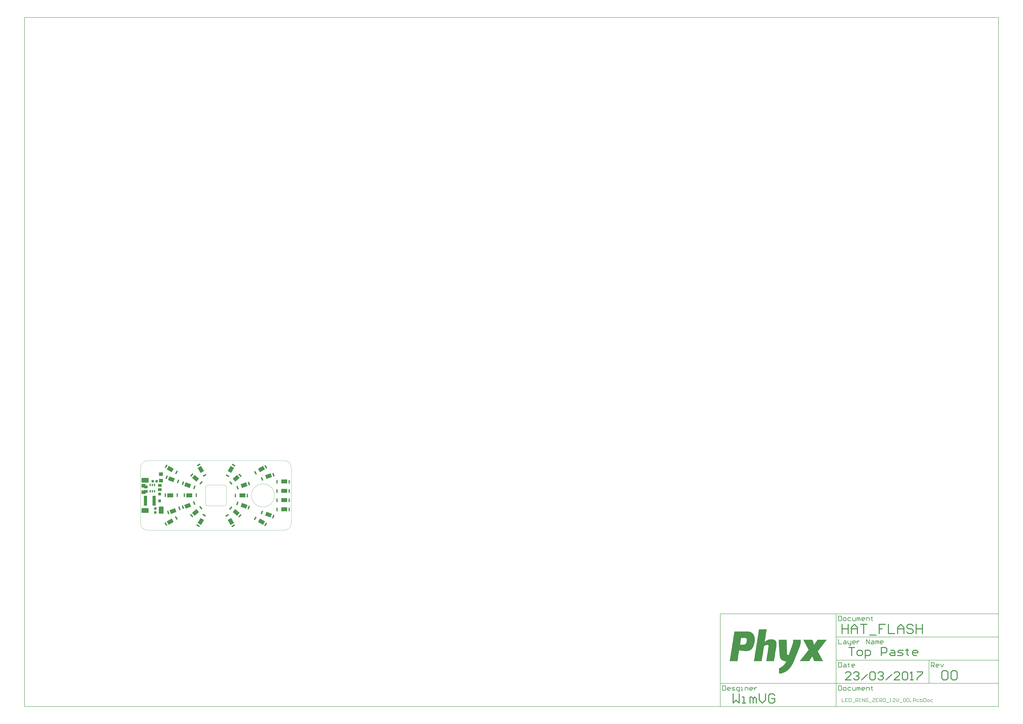
<source format=gtp>
G04 Layer_Color=8421504*
%FSLAX25Y25*%
%MOIN*%
G70*
G01*
G75*
%ADD11C,0.01575*%
%ADD12C,0.00787*%
%ADD14R,0.03937X0.04331*%
%ADD15R,0.07087X0.06299*%
%ADD16R,0.04803X0.04921*%
%ADD17R,0.05512X0.16535*%
G04:AMPARAMS|DCode=18|XSize=118.11mil|YSize=78.74mil|CornerRadius=3.94mil|HoleSize=0mil|Usage=FLASHONLY|Rotation=0.000|XOffset=0mil|YOffset=0mil|HoleType=Round|Shape=RoundedRectangle|*
%AMROUNDEDRECTD18*
21,1,0.11811,0.07087,0,0,0.0*
21,1,0.11024,0.07874,0,0,0.0*
1,1,0.00787,0.05512,-0.03543*
1,1,0.00787,-0.05512,-0.03543*
1,1,0.00787,-0.05512,0.03543*
1,1,0.00787,0.05512,0.03543*
%
%ADD18ROUNDEDRECTD18*%
%ADD19R,0.05905X0.05118*%
%ADD20R,0.02362X0.03937*%
G04:AMPARAMS|DCode=21|XSize=118.11mil|YSize=78.74mil|CornerRadius=3.94mil|HoleSize=0mil|Usage=FLASHONLY|Rotation=270.000|XOffset=0mil|YOffset=0mil|HoleType=Round|Shape=RoundedRectangle|*
%AMROUNDEDRECTD21*
21,1,0.11811,0.07087,0,0,270.0*
21,1,0.11024,0.07874,0,0,270.0*
1,1,0.00787,-0.03543,-0.05512*
1,1,0.00787,-0.03543,0.05512*
1,1,0.00787,0.03543,0.05512*
1,1,0.00787,0.03543,-0.05512*
%
%ADD21ROUNDEDRECTD21*%
G04:AMPARAMS|DCode=22|XSize=23.62mil|YSize=59.05mil|CornerRadius=0mil|HoleSize=0mil|Usage=FLASHONLY|Rotation=120.000|XOffset=0mil|YOffset=0mil|HoleType=Round|Shape=Rectangle|*
%AMROTATEDRECTD22*
4,1,4,0.03148,0.00453,-0.01967,-0.02499,-0.03148,-0.00453,0.01967,0.02499,0.03148,0.00453,0.0*
%
%ADD22ROTATEDRECTD22*%

G04:AMPARAMS|DCode=23|XSize=98.42mil|YSize=66.93mil|CornerRadius=0mil|HoleSize=0mil|Usage=FLASHONLY|Rotation=120.000|XOffset=0mil|YOffset=0mil|HoleType=Round|Shape=Rectangle|*
%AMROTATEDRECTD23*
4,1,4,0.05359,-0.02589,-0.00438,-0.05935,-0.05359,0.02589,0.00438,0.05935,0.05359,-0.02589,0.0*
%
%ADD23ROTATEDRECTD23*%

G04:AMPARAMS|DCode=24|XSize=23.62mil|YSize=59.05mil|CornerRadius=0mil|HoleSize=0mil|Usage=FLASHONLY|Rotation=40.000|XOffset=0mil|YOffset=0mil|HoleType=Round|Shape=Rectangle|*
%AMROTATEDRECTD24*
4,1,4,0.00993,-0.03021,-0.02803,0.01503,-0.00993,0.03021,0.02803,-0.01503,0.00993,-0.03021,0.0*
%
%ADD24ROTATEDRECTD24*%

G04:AMPARAMS|DCode=25|XSize=98.42mil|YSize=66.93mil|CornerRadius=0mil|HoleSize=0mil|Usage=FLASHONLY|Rotation=40.000|XOffset=0mil|YOffset=0mil|HoleType=Round|Shape=Rectangle|*
%AMROTATEDRECTD25*
4,1,4,-0.01619,-0.05727,-0.05921,-0.00600,0.01619,0.05727,0.05921,0.00600,-0.01619,-0.05727,0.0*
%
%ADD25ROTATEDRECTD25*%

G04:AMPARAMS|DCode=26|XSize=23.62mil|YSize=59.05mil|CornerRadius=0mil|HoleSize=0mil|Usage=FLASHONLY|Rotation=60.000|XOffset=0mil|YOffset=0mil|HoleType=Round|Shape=Rectangle|*
%AMROTATEDRECTD26*
4,1,4,0.01967,-0.02499,-0.03148,0.00453,-0.01967,0.02499,0.03148,-0.00453,0.01967,-0.02499,0.0*
%
%ADD26ROTATEDRECTD26*%

G04:AMPARAMS|DCode=27|XSize=98.42mil|YSize=66.93mil|CornerRadius=0mil|HoleSize=0mil|Usage=FLASHONLY|Rotation=60.000|XOffset=0mil|YOffset=0mil|HoleType=Round|Shape=Rectangle|*
%AMROTATEDRECTD27*
4,1,4,0.00438,-0.05935,-0.05359,-0.02589,-0.00438,0.05935,0.05359,0.02589,0.00438,-0.05935,0.0*
%
%ADD27ROTATEDRECTD27*%

%ADD28R,0.04331X0.03937*%
%ADD29R,0.02362X0.05905*%
%ADD30R,0.09842X0.06693*%
G04:AMPARAMS|DCode=31|XSize=23.62mil|YSize=59.05mil|CornerRadius=0mil|HoleSize=0mil|Usage=FLASHONLY|Rotation=150.000|XOffset=0mil|YOffset=0mil|HoleType=Round|Shape=Rectangle|*
%AMROTATEDRECTD31*
4,1,4,0.02499,0.01967,-0.00453,-0.03148,-0.02499,-0.01967,0.00453,0.03148,0.02499,0.01967,0.0*
%
%ADD31ROTATEDRECTD31*%

G04:AMPARAMS|DCode=32|XSize=98.42mil|YSize=66.93mil|CornerRadius=0mil|HoleSize=0mil|Usage=FLASHONLY|Rotation=150.000|XOffset=0mil|YOffset=0mil|HoleType=Round|Shape=Rectangle|*
%AMROTATEDRECTD32*
4,1,4,0.05935,0.00438,0.02589,-0.05359,-0.05935,-0.00438,-0.02589,0.05359,0.05935,0.00438,0.0*
%
%ADD32ROTATEDRECTD32*%

G04:AMPARAMS|DCode=33|XSize=23.62mil|YSize=59.05mil|CornerRadius=0mil|HoleSize=0mil|Usage=FLASHONLY|Rotation=30.000|XOffset=0mil|YOffset=0mil|HoleType=Round|Shape=Rectangle|*
%AMROTATEDRECTD33*
4,1,4,0.00453,-0.03148,-0.02499,0.01967,-0.00453,0.03148,0.02499,-0.01967,0.00453,-0.03148,0.0*
%
%ADD33ROTATEDRECTD33*%

G04:AMPARAMS|DCode=34|XSize=98.42mil|YSize=66.93mil|CornerRadius=0mil|HoleSize=0mil|Usage=FLASHONLY|Rotation=30.000|XOffset=0mil|YOffset=0mil|HoleType=Round|Shape=Rectangle|*
%AMROTATEDRECTD34*
4,1,4,-0.02589,-0.05359,-0.05935,0.00438,0.02589,0.05359,0.05935,-0.00438,-0.02589,-0.05359,0.0*
%
%ADD34ROTATEDRECTD34*%

G04:AMPARAMS|DCode=35|XSize=23.62mil|YSize=59.05mil|CornerRadius=0mil|HoleSize=0mil|Usage=FLASHONLY|Rotation=140.000|XOffset=0mil|YOffset=0mil|HoleType=Round|Shape=Rectangle|*
%AMROTATEDRECTD35*
4,1,4,0.02803,0.01503,-0.00993,-0.03021,-0.02803,-0.01503,0.00993,0.03021,0.02803,0.01503,0.0*
%
%ADD35ROTATEDRECTD35*%

G04:AMPARAMS|DCode=36|XSize=98.42mil|YSize=66.93mil|CornerRadius=0mil|HoleSize=0mil|Usage=FLASHONLY|Rotation=140.000|XOffset=0mil|YOffset=0mil|HoleType=Round|Shape=Rectangle|*
%AMROTATEDRECTD36*
4,1,4,0.05921,-0.00600,0.01619,-0.05727,-0.05921,0.00600,-0.01619,0.05727,0.05921,-0.00600,0.0*
%
%ADD36ROTATEDRECTD36*%

G04:AMPARAMS|DCode=37|XSize=23.62mil|YSize=59.05mil|CornerRadius=0mil|HoleSize=0mil|Usage=FLASHONLY|Rotation=160.000|XOffset=0mil|YOffset=0mil|HoleType=Round|Shape=Rectangle|*
%AMROTATEDRECTD37*
4,1,4,0.02120,0.02371,0.00100,-0.03179,-0.02120,-0.02371,-0.00100,0.03179,0.02120,0.02371,0.0*
%
%ADD37ROTATEDRECTD37*%

G04:AMPARAMS|DCode=38|XSize=98.42mil|YSize=66.93mil|CornerRadius=0mil|HoleSize=0mil|Usage=FLASHONLY|Rotation=160.000|XOffset=0mil|YOffset=0mil|HoleType=Round|Shape=Rectangle|*
%AMROTATEDRECTD38*
4,1,4,0.05769,0.01461,0.03480,-0.04828,-0.05769,-0.01461,-0.03480,0.04828,0.05769,0.01461,0.0*
%
%ADD38ROTATEDRECTD38*%

G04:AMPARAMS|DCode=39|XSize=23.62mil|YSize=59.05mil|CornerRadius=0mil|HoleSize=0mil|Usage=FLASHONLY|Rotation=20.000|XOffset=0mil|YOffset=0mil|HoleType=Round|Shape=Rectangle|*
%AMROTATEDRECTD39*
4,1,4,-0.00100,-0.03179,-0.02120,0.02371,0.00100,0.03179,0.02120,-0.02371,-0.00100,-0.03179,0.0*
%
%ADD39ROTATEDRECTD39*%

G04:AMPARAMS|DCode=40|XSize=98.42mil|YSize=66.93mil|CornerRadius=0mil|HoleSize=0mil|Usage=FLASHONLY|Rotation=20.000|XOffset=0mil|YOffset=0mil|HoleType=Round|Shape=Rectangle|*
%AMROTATEDRECTD40*
4,1,4,-0.03480,-0.04828,-0.05769,0.01461,0.03480,0.04828,0.05769,-0.01461,-0.03480,-0.04828,0.0*
%
%ADD40ROTATEDRECTD40*%

G04:AMPARAMS|DCode=41|XSize=23.62mil|YSize=59.05mil|CornerRadius=0mil|HoleSize=0mil|Usage=FLASHONLY|Rotation=160.000|XOffset=0mil|YOffset=0mil|HoleType=Round|Shape=Rectangle|*
%AMROTATEDRECTD41*
4,1,4,0.02120,0.02371,0.00100,-0.03179,-0.02120,-0.02371,-0.00100,0.03179,0.02120,0.02371,0.0*
%
%ADD41ROTATEDRECTD41*%

G04:AMPARAMS|DCode=42|XSize=98.42mil|YSize=66.93mil|CornerRadius=0mil|HoleSize=0mil|Usage=FLASHONLY|Rotation=160.000|XOffset=0mil|YOffset=0mil|HoleType=Round|Shape=Rectangle|*
%AMROTATEDRECTD42*
4,1,4,0.05769,0.01461,0.03480,-0.04828,-0.05769,-0.01461,-0.03480,0.04828,0.05769,0.01461,0.0*
%
%ADD42ROTATEDRECTD42*%

%ADD43R,0.02362X0.05905*%
%ADD44R,0.09842X0.06693*%
%ADD45R,0.02362X0.05905*%
%ADD46R,0.09842X0.06693*%
%ADD47R,0.02362X0.05905*%
%ADD48R,0.09842X0.06693*%
%ADD50C,0.00394*%
%ADD51C,0.00984*%
G36*
X993127Y-245134D02*
Y-245421D01*
Y-245707D01*
Y-245993D01*
Y-246280D01*
Y-246566D01*
Y-246852D01*
Y-247139D01*
Y-247425D01*
Y-247711D01*
Y-247997D01*
Y-248284D01*
Y-248570D01*
Y-248856D01*
Y-249143D01*
Y-249429D01*
Y-249715D01*
Y-250002D01*
Y-250288D01*
Y-250574D01*
Y-250861D01*
X992840D01*
Y-251147D01*
Y-251433D01*
Y-251719D01*
Y-252006D01*
Y-252292D01*
X992554D01*
Y-252578D01*
Y-252865D01*
Y-253151D01*
Y-253437D01*
X992268D01*
Y-253724D01*
Y-254010D01*
Y-254296D01*
Y-254583D01*
X991982D01*
Y-254869D01*
Y-255155D01*
Y-255442D01*
X991695D01*
Y-255728D01*
Y-256014D01*
Y-256300D01*
X991409D01*
Y-256587D01*
Y-256873D01*
Y-257159D01*
X991123D01*
Y-257446D01*
Y-257732D01*
Y-258018D01*
X990836D01*
Y-258305D01*
Y-258591D01*
X990550D01*
Y-258877D01*
Y-259164D01*
X990264D01*
Y-259450D01*
Y-259736D01*
Y-260023D01*
X989977D01*
Y-260309D01*
Y-260595D01*
X989691D01*
Y-260881D01*
Y-261168D01*
Y-261454D01*
X989405D01*
Y-261740D01*
Y-262027D01*
X989118D01*
Y-262313D01*
Y-262599D01*
Y-262886D01*
X988832D01*
Y-263172D01*
Y-263458D01*
X988546D01*
Y-263745D01*
Y-264031D01*
Y-264317D01*
X988260D01*
Y-264604D01*
Y-264890D01*
X987973D01*
Y-265176D01*
Y-265462D01*
Y-265749D01*
X987687D01*
Y-266035D01*
Y-266321D01*
X987401D01*
Y-266608D01*
Y-266894D01*
Y-267180D01*
X987114D01*
Y-267467D01*
Y-267753D01*
X986828D01*
Y-268039D01*
Y-268326D01*
Y-268612D01*
X986542D01*
Y-268898D01*
Y-269185D01*
X986255D01*
Y-269471D01*
Y-269757D01*
Y-270044D01*
X985969D01*
Y-270330D01*
Y-270616D01*
X985683D01*
Y-270902D01*
Y-271189D01*
Y-271475D01*
X985396D01*
Y-271761D01*
Y-272048D01*
X985110D01*
Y-272334D01*
Y-272620D01*
Y-272907D01*
X984824D01*
Y-273193D01*
Y-273479D01*
X984537D01*
Y-273766D01*
Y-274052D01*
Y-274338D01*
X984251D01*
Y-274624D01*
Y-274911D01*
X983965D01*
Y-275197D01*
Y-275483D01*
Y-275770D01*
X983679D01*
Y-276056D01*
Y-276342D01*
X983392D01*
Y-276629D01*
Y-276915D01*
Y-277201D01*
X983106D01*
Y-277488D01*
Y-277774D01*
X982820D01*
Y-278060D01*
Y-278347D01*
Y-278633D01*
X982533D01*
Y-278919D01*
Y-279206D01*
X982247D01*
Y-279492D01*
Y-279778D01*
Y-280065D01*
X981961D01*
Y-280351D01*
Y-280637D01*
X981674D01*
Y-280923D01*
Y-281210D01*
Y-281496D01*
X981388D01*
Y-281782D01*
Y-282069D01*
X981102D01*
Y-282355D01*
Y-282641D01*
X980815D01*
Y-282928D01*
Y-283214D01*
X980529D01*
Y-283500D01*
Y-283787D01*
Y-284073D01*
X980243D01*
Y-284359D01*
X979957D01*
Y-284646D01*
Y-284932D01*
Y-285218D01*
X979670D01*
Y-285504D01*
X979384D01*
Y-285791D01*
Y-286077D01*
X979097D01*
Y-286363D01*
Y-286650D01*
X978811D01*
Y-286936D01*
Y-287222D01*
X978525D01*
Y-287509D01*
Y-287795D01*
X978239D01*
Y-288081D01*
X977952D01*
Y-288368D01*
Y-288654D01*
X977666D01*
Y-288940D01*
Y-289227D01*
X977380D01*
Y-289513D01*
X977093D01*
Y-289799D01*
X976807D01*
Y-290085D01*
Y-290372D01*
X976521D01*
Y-290658D01*
X976234D01*
Y-290944D01*
Y-291231D01*
X975948D01*
Y-291517D01*
X975662D01*
Y-291803D01*
X975375D01*
Y-292090D01*
Y-292376D01*
X975089D01*
Y-292662D01*
X974803D01*
Y-292949D01*
X974516D01*
Y-293235D01*
X974230D01*
Y-293521D01*
X973944D01*
Y-293808D01*
Y-294094D01*
X973658D01*
Y-294380D01*
X973371D01*
Y-294666D01*
X973085D01*
Y-294953D01*
X972799D01*
Y-295239D01*
X972512D01*
Y-295525D01*
X972226D01*
Y-295812D01*
X971940D01*
Y-296098D01*
X971367D01*
Y-296384D01*
X971081D01*
Y-296671D01*
X970794D01*
Y-296957D01*
X970508D01*
Y-297243D01*
X970222D01*
Y-297530D01*
X969649D01*
Y-297816D01*
X969363D01*
Y-298102D01*
X968790D01*
Y-298389D01*
X968504D01*
Y-298675D01*
X967931D01*
Y-298961D01*
X967645D01*
Y-299248D01*
X967072D01*
Y-299534D01*
X966500D01*
Y-299820D01*
X965927D01*
Y-300106D01*
X965355D01*
Y-300393D01*
X964782D01*
Y-300679D01*
X963923D01*
Y-300965D01*
X963350D01*
Y-301252D01*
X962491D01*
Y-301538D01*
X961346D01*
Y-301824D01*
X960201D01*
Y-302111D01*
X958483D01*
Y-302397D01*
X956479D01*
Y-302683D01*
X956192D01*
Y-302397D01*
Y-302111D01*
Y-301824D01*
Y-301538D01*
Y-301252D01*
Y-300965D01*
Y-300679D01*
Y-300393D01*
Y-300106D01*
Y-299820D01*
Y-299534D01*
Y-299248D01*
Y-298961D01*
Y-298675D01*
Y-298389D01*
Y-298102D01*
Y-297816D01*
Y-297530D01*
Y-297243D01*
Y-296957D01*
Y-296671D01*
Y-296384D01*
Y-296098D01*
Y-295812D01*
Y-295525D01*
Y-295239D01*
Y-294953D01*
Y-294666D01*
Y-294380D01*
Y-294094D01*
Y-293808D01*
Y-293521D01*
Y-293235D01*
X956765D01*
Y-292949D01*
X957338D01*
Y-292662D01*
X957910D01*
Y-292376D01*
X958483D01*
Y-292090D01*
X959056D01*
Y-291803D01*
X959628D01*
Y-291517D01*
X959915D01*
Y-291231D01*
X960487D01*
Y-290944D01*
X960773D01*
Y-290658D01*
X961346D01*
Y-290372D01*
X961632D01*
Y-290085D01*
X961919D01*
Y-289799D01*
X962491D01*
Y-289513D01*
X962778D01*
Y-289227D01*
X963064D01*
Y-288940D01*
X963350D01*
Y-288654D01*
X963637D01*
Y-288368D01*
X963923D01*
Y-288081D01*
X964209D01*
Y-287795D01*
X964496D01*
Y-287509D01*
X964782D01*
Y-287222D01*
X965068D01*
Y-286936D01*
X965355D01*
Y-286650D01*
X965641D01*
Y-286363D01*
Y-286077D01*
X965927D01*
Y-285791D01*
X966213D01*
Y-285504D01*
X966500D01*
Y-285218D01*
Y-284932D01*
X966786D01*
Y-284646D01*
X967072D01*
Y-284359D01*
Y-284073D01*
X967359D01*
Y-283787D01*
Y-283500D01*
X967645D01*
Y-283214D01*
X967931D01*
Y-282928D01*
Y-282641D01*
X968218D01*
Y-282355D01*
Y-282069D01*
X968504D01*
Y-281782D01*
Y-281496D01*
X966786D01*
Y-281210D01*
X964782D01*
Y-280923D01*
X963637D01*
Y-280637D01*
X963064D01*
Y-280351D01*
X962205D01*
Y-280065D01*
X961632D01*
Y-279778D01*
X961346D01*
Y-279492D01*
X960773D01*
Y-279206D01*
X960487D01*
Y-278919D01*
X960201D01*
Y-278633D01*
X959915D01*
Y-278347D01*
X959628D01*
Y-278060D01*
X959342D01*
Y-277774D01*
Y-277488D01*
X959056D01*
Y-277201D01*
X958769D01*
Y-276915D01*
Y-276629D01*
X958483D01*
Y-276342D01*
Y-276056D01*
X958197D01*
Y-275770D01*
Y-275483D01*
X957910D01*
Y-275197D01*
Y-274911D01*
Y-274624D01*
X957624D01*
Y-274338D01*
Y-274052D01*
Y-273766D01*
Y-273479D01*
X957338D01*
Y-273193D01*
Y-272907D01*
Y-272620D01*
Y-272334D01*
Y-272048D01*
Y-271761D01*
Y-271475D01*
X957051D01*
Y-271189D01*
Y-270902D01*
Y-270616D01*
Y-270330D01*
Y-270044D01*
Y-269757D01*
Y-269471D01*
Y-269185D01*
Y-268898D01*
Y-268612D01*
Y-268326D01*
Y-268039D01*
Y-267753D01*
Y-267467D01*
Y-267180D01*
X956765D01*
Y-266894D01*
Y-266608D01*
Y-266321D01*
Y-266035D01*
Y-265749D01*
Y-265462D01*
Y-265176D01*
Y-264890D01*
Y-264604D01*
Y-264317D01*
Y-264031D01*
Y-263745D01*
Y-263458D01*
Y-263172D01*
Y-262886D01*
X956479D01*
Y-262599D01*
Y-262313D01*
Y-262027D01*
Y-261740D01*
Y-261454D01*
Y-261168D01*
Y-260881D01*
Y-260595D01*
Y-260309D01*
Y-260023D01*
Y-259736D01*
Y-259450D01*
Y-259164D01*
Y-258877D01*
Y-258591D01*
Y-258305D01*
X956192D01*
Y-258018D01*
Y-257732D01*
Y-257446D01*
Y-257159D01*
Y-256873D01*
Y-256587D01*
Y-256300D01*
Y-256014D01*
Y-255728D01*
Y-255442D01*
Y-255155D01*
Y-254869D01*
Y-254583D01*
Y-254296D01*
Y-254010D01*
Y-253724D01*
X955906D01*
Y-253437D01*
Y-253151D01*
Y-252865D01*
Y-252578D01*
Y-252292D01*
Y-252006D01*
Y-251719D01*
Y-251433D01*
Y-251147D01*
Y-250861D01*
Y-250574D01*
Y-250288D01*
Y-250002D01*
Y-249715D01*
X955620D01*
Y-249429D01*
Y-249143D01*
Y-248856D01*
Y-248570D01*
Y-248284D01*
Y-247997D01*
Y-247711D01*
Y-247425D01*
Y-247139D01*
Y-246852D01*
Y-246566D01*
Y-246280D01*
Y-245993D01*
Y-245707D01*
Y-245421D01*
Y-245134D01*
X955334D01*
Y-244848D01*
X969077D01*
Y-245134D01*
Y-245421D01*
Y-245707D01*
Y-245993D01*
Y-246280D01*
Y-246566D01*
Y-246852D01*
Y-247139D01*
Y-247425D01*
Y-247711D01*
Y-247997D01*
Y-248284D01*
Y-248570D01*
Y-248856D01*
X969363D01*
Y-249143D01*
Y-249429D01*
Y-249715D01*
Y-250002D01*
Y-250288D01*
Y-250574D01*
Y-250861D01*
Y-251147D01*
Y-251433D01*
Y-251719D01*
Y-252006D01*
Y-252292D01*
Y-252578D01*
Y-252865D01*
Y-253151D01*
Y-253437D01*
Y-253724D01*
Y-254010D01*
Y-254296D01*
Y-254583D01*
Y-254869D01*
Y-255155D01*
Y-255442D01*
Y-255728D01*
Y-256014D01*
Y-256300D01*
Y-256587D01*
Y-256873D01*
Y-257159D01*
Y-257446D01*
Y-257732D01*
Y-258018D01*
Y-258305D01*
Y-258591D01*
Y-258877D01*
Y-259164D01*
Y-259450D01*
Y-259736D01*
Y-260023D01*
Y-260309D01*
Y-260595D01*
X969649D01*
Y-260881D01*
X969363D01*
Y-261168D01*
Y-261454D01*
X969649D01*
Y-261740D01*
Y-262027D01*
Y-262313D01*
Y-262599D01*
Y-262886D01*
Y-263172D01*
Y-263458D01*
Y-263745D01*
Y-264031D01*
Y-264317D01*
Y-264604D01*
Y-264890D01*
Y-265176D01*
Y-265462D01*
Y-265749D01*
Y-266035D01*
Y-266321D01*
Y-266608D01*
Y-266894D01*
Y-267180D01*
Y-267467D01*
Y-267753D01*
Y-268039D01*
Y-268326D01*
Y-268612D01*
Y-268898D01*
X969936D01*
Y-269185D01*
Y-269471D01*
Y-269757D01*
X970222D01*
Y-270044D01*
X970508D01*
Y-270330D01*
X970794D01*
Y-270616D01*
X971653D01*
Y-270902D01*
X972512D01*
Y-270616D01*
X972799D01*
Y-270330D01*
Y-270044D01*
Y-269757D01*
X973085D01*
Y-269471D01*
Y-269185D01*
X973371D01*
Y-268898D01*
Y-268612D01*
Y-268326D01*
X973658D01*
Y-268039D01*
Y-267753D01*
Y-267467D01*
X973944D01*
Y-267180D01*
Y-266894D01*
Y-266608D01*
X974230D01*
Y-266321D01*
Y-266035D01*
Y-265749D01*
X974516D01*
Y-265462D01*
Y-265176D01*
X974803D01*
Y-264890D01*
Y-264604D01*
Y-264317D01*
X975089D01*
Y-264031D01*
Y-263745D01*
Y-263458D01*
X975375D01*
Y-263172D01*
Y-262886D01*
Y-262599D01*
X975662D01*
Y-262313D01*
Y-262027D01*
X975948D01*
Y-261740D01*
Y-261454D01*
Y-261168D01*
X976234D01*
Y-260881D01*
Y-260595D01*
Y-260309D01*
X976521D01*
Y-260023D01*
Y-259736D01*
Y-259450D01*
X976807D01*
Y-259164D01*
Y-258877D01*
X977093D01*
Y-258591D01*
Y-258305D01*
Y-258018D01*
X977380D01*
Y-257732D01*
Y-257446D01*
Y-257159D01*
X977666D01*
Y-256873D01*
Y-256587D01*
Y-256300D01*
X977952D01*
Y-256014D01*
Y-255728D01*
X978239D01*
Y-255442D01*
Y-255155D01*
Y-254869D01*
X978525D01*
Y-254583D01*
Y-254296D01*
Y-254010D01*
X978811D01*
Y-253724D01*
Y-253437D01*
Y-253151D01*
X979097D01*
Y-252865D01*
Y-252578D01*
Y-252292D01*
Y-252006D01*
X979384D01*
Y-251719D01*
Y-251433D01*
Y-251147D01*
Y-250861D01*
X979670D01*
Y-250574D01*
Y-250288D01*
Y-250002D01*
Y-249715D01*
Y-249429D01*
X979957D01*
Y-249143D01*
Y-248856D01*
Y-248570D01*
Y-248284D01*
Y-247997D01*
Y-247711D01*
X980243D01*
Y-247425D01*
Y-247139D01*
Y-246852D01*
Y-246566D01*
Y-246280D01*
Y-245993D01*
Y-245707D01*
Y-245421D01*
Y-245134D01*
Y-244848D01*
X993127D01*
Y-245134D01*
D02*
G37*
G36*
X935292Y-227669D02*
Y-227956D01*
X935005D01*
Y-228242D01*
Y-228528D01*
Y-228815D01*
Y-229101D01*
Y-229387D01*
Y-229673D01*
X934719D01*
Y-229960D01*
Y-230246D01*
Y-230532D01*
Y-230819D01*
Y-231105D01*
Y-231391D01*
X934433D01*
Y-231678D01*
Y-231964D01*
Y-232250D01*
Y-232537D01*
Y-232823D01*
Y-233109D01*
Y-233396D01*
X934146D01*
Y-233682D01*
Y-233968D01*
Y-234254D01*
Y-234541D01*
Y-234827D01*
Y-235113D01*
X933860D01*
Y-235400D01*
Y-235686D01*
Y-235972D01*
Y-236259D01*
Y-236545D01*
Y-236831D01*
X933574D01*
Y-237118D01*
Y-237404D01*
Y-237690D01*
Y-237977D01*
Y-238263D01*
Y-238549D01*
Y-238835D01*
X933288D01*
Y-239122D01*
Y-239408D01*
Y-239694D01*
Y-239981D01*
Y-240267D01*
Y-240553D01*
X933001D01*
Y-240840D01*
Y-241126D01*
Y-241412D01*
Y-241699D01*
Y-241985D01*
Y-242271D01*
X932715D01*
Y-242558D01*
Y-242844D01*
Y-243130D01*
Y-243416D01*
Y-243703D01*
Y-243989D01*
X932428D01*
Y-244275D01*
Y-244562D01*
Y-244848D01*
Y-245134D01*
Y-245421D01*
Y-245707D01*
Y-245993D01*
X932142D01*
Y-246280D01*
Y-246566D01*
Y-246852D01*
Y-247139D01*
Y-247425D01*
Y-247711D01*
X931856D01*
Y-247997D01*
Y-248284D01*
X932428D01*
Y-247997D01*
X932715D01*
Y-247711D01*
X933001D01*
Y-247425D01*
X933574D01*
Y-247139D01*
X933860D01*
Y-246852D01*
X934146D01*
Y-246566D01*
X934719D01*
Y-246280D01*
X935292D01*
Y-245993D01*
X935578D01*
Y-245707D01*
X936151D01*
Y-245421D01*
X937010D01*
Y-245134D01*
X937582D01*
Y-244848D01*
X938441D01*
Y-244562D01*
X939873D01*
Y-244275D01*
X946171D01*
Y-244562D01*
X947317D01*
Y-244848D01*
X948176D01*
Y-245134D01*
X948748D01*
Y-245421D01*
X949035D01*
Y-245707D01*
X949607D01*
Y-245993D01*
X949894D01*
Y-246280D01*
X950180D01*
Y-246566D01*
X950466D01*
Y-246852D01*
X950753D01*
Y-247139D01*
Y-247425D01*
X951039D01*
Y-247711D01*
Y-247997D01*
X951325D01*
Y-248284D01*
Y-248570D01*
Y-248856D01*
X951612D01*
Y-249143D01*
Y-249429D01*
Y-249715D01*
Y-250002D01*
X951898D01*
Y-250288D01*
Y-250574D01*
Y-250861D01*
Y-251147D01*
Y-251433D01*
Y-251719D01*
Y-252006D01*
Y-252292D01*
Y-252578D01*
Y-252865D01*
Y-253151D01*
Y-253437D01*
Y-253724D01*
Y-254010D01*
Y-254296D01*
Y-254583D01*
Y-254869D01*
Y-255155D01*
X951612D01*
Y-255442D01*
Y-255728D01*
Y-256014D01*
Y-256300D01*
Y-256587D01*
Y-256873D01*
Y-257159D01*
X951325D01*
Y-257446D01*
Y-257732D01*
Y-258018D01*
Y-258305D01*
Y-258591D01*
Y-258877D01*
Y-259164D01*
X951039D01*
Y-259450D01*
Y-259736D01*
Y-260023D01*
Y-260309D01*
Y-260595D01*
Y-260881D01*
X950753D01*
Y-261168D01*
Y-261454D01*
Y-261740D01*
Y-262027D01*
Y-262313D01*
Y-262599D01*
X950466D01*
Y-262886D01*
Y-263172D01*
Y-263458D01*
Y-263745D01*
Y-264031D01*
Y-264317D01*
X950180D01*
Y-264604D01*
Y-264890D01*
Y-265176D01*
Y-265462D01*
Y-265749D01*
Y-266035D01*
Y-266321D01*
X949894D01*
Y-266608D01*
Y-266894D01*
Y-267180D01*
Y-267467D01*
Y-267753D01*
Y-268039D01*
X949607D01*
Y-268326D01*
Y-268612D01*
Y-268898D01*
Y-269185D01*
Y-269471D01*
Y-269757D01*
X949321D01*
Y-270044D01*
Y-270330D01*
Y-270616D01*
Y-270902D01*
Y-271189D01*
Y-271475D01*
Y-271761D01*
X949035D01*
Y-272048D01*
Y-272334D01*
Y-272620D01*
Y-272907D01*
Y-273193D01*
Y-273479D01*
X948748D01*
Y-273766D01*
Y-274052D01*
Y-274338D01*
Y-274624D01*
Y-274911D01*
Y-275197D01*
X948462D01*
Y-275483D01*
Y-275770D01*
Y-276056D01*
Y-276342D01*
Y-276629D01*
Y-276915D01*
X948176D01*
Y-277201D01*
Y-277488D01*
Y-277774D01*
Y-278060D01*
Y-278347D01*
Y-278633D01*
Y-278919D01*
X947889D01*
Y-279206D01*
Y-279492D01*
Y-279778D01*
Y-280065D01*
Y-280351D01*
Y-280637D01*
X947603D01*
Y-280923D01*
Y-281210D01*
X934433D01*
Y-280923D01*
Y-280637D01*
X934719D01*
Y-280351D01*
Y-280065D01*
Y-279778D01*
Y-279492D01*
Y-279206D01*
Y-278919D01*
X935005D01*
Y-278633D01*
Y-278347D01*
Y-278060D01*
Y-277774D01*
Y-277488D01*
Y-277201D01*
Y-276915D01*
X935292D01*
Y-276629D01*
Y-276342D01*
Y-276056D01*
Y-275770D01*
Y-275483D01*
Y-275197D01*
X935578D01*
Y-274911D01*
Y-274624D01*
Y-274338D01*
Y-274052D01*
Y-273766D01*
Y-273479D01*
X935864D01*
Y-273193D01*
Y-272907D01*
Y-272620D01*
Y-272334D01*
Y-272048D01*
Y-271761D01*
Y-271475D01*
X936151D01*
Y-271189D01*
Y-270902D01*
Y-270616D01*
Y-270330D01*
Y-270044D01*
Y-269757D01*
X936437D01*
Y-269471D01*
Y-269185D01*
Y-268898D01*
Y-268612D01*
Y-268326D01*
Y-268039D01*
Y-267753D01*
X936723D01*
Y-267467D01*
Y-267180D01*
Y-266894D01*
Y-266608D01*
Y-266321D01*
Y-266035D01*
X937010D01*
Y-265749D01*
Y-265462D01*
Y-265176D01*
Y-264890D01*
Y-264604D01*
Y-264317D01*
X937296D01*
Y-264031D01*
Y-263745D01*
Y-263458D01*
Y-263172D01*
Y-262886D01*
Y-262599D01*
X937582D01*
Y-262313D01*
Y-262027D01*
Y-261740D01*
Y-261454D01*
Y-261168D01*
Y-260881D01*
Y-260595D01*
X937868D01*
Y-260309D01*
Y-260023D01*
Y-259736D01*
Y-259450D01*
Y-259164D01*
Y-258877D01*
X938155D01*
Y-258591D01*
Y-258305D01*
Y-258018D01*
Y-257732D01*
Y-257446D01*
Y-257159D01*
Y-256873D01*
X938441D01*
Y-256587D01*
Y-256300D01*
Y-256014D01*
Y-255728D01*
Y-255442D01*
Y-255155D01*
X938155D01*
Y-254869D01*
Y-254583D01*
X937868D01*
Y-254296D01*
X937582D01*
Y-254010D01*
X937010D01*
Y-253724D01*
X935292D01*
Y-254010D01*
X933860D01*
Y-254296D01*
X933001D01*
Y-254583D01*
X932428D01*
Y-254869D01*
X932142D01*
Y-255155D01*
X931570D01*
Y-255442D01*
X931283D01*
Y-255728D01*
X930997D01*
Y-256014D01*
Y-256300D01*
X930711D01*
Y-256587D01*
Y-256873D01*
Y-257159D01*
X930424D01*
Y-257446D01*
Y-257732D01*
Y-258018D01*
Y-258305D01*
Y-258591D01*
Y-258877D01*
X930138D01*
Y-259164D01*
Y-259450D01*
Y-259736D01*
Y-260023D01*
Y-260309D01*
Y-260595D01*
Y-260881D01*
X929852D01*
Y-261168D01*
Y-261454D01*
Y-261740D01*
Y-262027D01*
Y-262313D01*
Y-262599D01*
X929565D01*
Y-262886D01*
Y-263172D01*
Y-263458D01*
Y-263745D01*
Y-264031D01*
Y-264317D01*
X929279D01*
Y-264604D01*
Y-264890D01*
Y-265176D01*
Y-265462D01*
Y-265749D01*
Y-266035D01*
X928993D01*
Y-266321D01*
Y-266608D01*
Y-266894D01*
Y-267180D01*
Y-267467D01*
Y-267753D01*
Y-268039D01*
X928706D01*
Y-268326D01*
Y-268612D01*
Y-268898D01*
Y-269185D01*
Y-269471D01*
Y-269757D01*
X928420D01*
Y-270044D01*
Y-270330D01*
Y-270616D01*
Y-270902D01*
Y-271189D01*
Y-271475D01*
X928134D01*
Y-271761D01*
Y-272048D01*
Y-272334D01*
Y-272620D01*
Y-272907D01*
Y-273193D01*
Y-273479D01*
X927847D01*
Y-273766D01*
Y-274052D01*
Y-274338D01*
Y-274624D01*
Y-274911D01*
Y-275197D01*
X927561D01*
Y-275483D01*
Y-275770D01*
Y-276056D01*
Y-276342D01*
Y-276629D01*
Y-276915D01*
X927275D01*
Y-277201D01*
Y-277488D01*
Y-277774D01*
Y-278060D01*
Y-278347D01*
Y-278633D01*
X926989D01*
Y-278919D01*
Y-279206D01*
Y-279492D01*
Y-279778D01*
Y-280065D01*
Y-280351D01*
Y-280637D01*
X926702D01*
Y-280923D01*
Y-281210D01*
X913532D01*
Y-280923D01*
Y-280637D01*
X913818D01*
Y-280351D01*
Y-280065D01*
Y-279778D01*
Y-279492D01*
Y-279206D01*
Y-278919D01*
Y-278633D01*
X914104D01*
Y-278347D01*
Y-278060D01*
Y-277774D01*
Y-277488D01*
Y-277201D01*
Y-276915D01*
X914391D01*
Y-276629D01*
Y-276342D01*
Y-276056D01*
Y-275770D01*
Y-275483D01*
Y-275197D01*
X914677D01*
Y-274911D01*
Y-274624D01*
Y-274338D01*
Y-274052D01*
Y-273766D01*
Y-273479D01*
Y-273193D01*
X914963D01*
Y-272907D01*
Y-272620D01*
Y-272334D01*
Y-272048D01*
Y-271761D01*
Y-271475D01*
X915250D01*
Y-271189D01*
Y-270902D01*
Y-270616D01*
Y-270330D01*
Y-270044D01*
Y-269757D01*
X915536D01*
Y-269471D01*
Y-269185D01*
Y-268898D01*
Y-268612D01*
Y-268326D01*
Y-268039D01*
X915822D01*
Y-267753D01*
Y-267467D01*
Y-267180D01*
Y-266894D01*
Y-266608D01*
Y-266321D01*
Y-266035D01*
X916109D01*
Y-265749D01*
Y-265462D01*
Y-265176D01*
Y-264890D01*
Y-264604D01*
Y-264317D01*
X916395D01*
Y-264031D01*
Y-263745D01*
Y-263458D01*
Y-263172D01*
Y-262886D01*
Y-262599D01*
X916681D01*
Y-262313D01*
Y-262027D01*
Y-261740D01*
Y-261454D01*
Y-261168D01*
Y-260881D01*
Y-260595D01*
X916968D01*
Y-260309D01*
Y-260023D01*
Y-259736D01*
Y-259450D01*
Y-259164D01*
Y-258877D01*
X917254D01*
Y-258591D01*
Y-258305D01*
Y-258018D01*
Y-257732D01*
Y-257446D01*
Y-257159D01*
X917540D01*
Y-256873D01*
Y-256587D01*
Y-256300D01*
Y-256014D01*
Y-255728D01*
Y-255442D01*
X917827D01*
Y-255155D01*
Y-254869D01*
Y-254583D01*
Y-254296D01*
Y-254010D01*
Y-253724D01*
Y-253437D01*
X918113D01*
Y-253151D01*
Y-252865D01*
Y-252578D01*
Y-252292D01*
Y-252006D01*
Y-251719D01*
X918399D01*
Y-251433D01*
Y-251147D01*
Y-250861D01*
Y-250574D01*
Y-250288D01*
Y-250002D01*
X918686D01*
Y-249715D01*
Y-249429D01*
Y-249143D01*
Y-248856D01*
Y-248570D01*
Y-248284D01*
X918972D01*
Y-247997D01*
Y-247711D01*
Y-247425D01*
Y-247139D01*
Y-246852D01*
Y-246566D01*
Y-246280D01*
X919258D01*
Y-245993D01*
Y-245707D01*
Y-245421D01*
Y-245134D01*
Y-244848D01*
Y-244562D01*
X919544D01*
Y-244275D01*
Y-243989D01*
Y-243703D01*
Y-243416D01*
Y-243130D01*
Y-242844D01*
X919831D01*
Y-242558D01*
Y-242271D01*
Y-241985D01*
Y-241699D01*
Y-241412D01*
Y-241126D01*
Y-240840D01*
X920117D01*
Y-240553D01*
Y-240267D01*
Y-239981D01*
Y-239694D01*
Y-239408D01*
Y-239122D01*
X920403D01*
Y-238835D01*
Y-238549D01*
Y-238263D01*
Y-237977D01*
Y-237690D01*
Y-237404D01*
X920690D01*
Y-237118D01*
Y-236831D01*
Y-236545D01*
Y-236259D01*
Y-235972D01*
Y-235686D01*
X920976D01*
Y-235400D01*
Y-235113D01*
Y-234827D01*
Y-234541D01*
Y-234254D01*
Y-233968D01*
Y-233682D01*
X921262D01*
Y-233396D01*
Y-233109D01*
Y-232823D01*
Y-232537D01*
Y-232250D01*
Y-231964D01*
X921549D01*
Y-231678D01*
Y-231391D01*
Y-231105D01*
Y-230819D01*
Y-230532D01*
Y-230246D01*
X921835D01*
Y-229960D01*
Y-229673D01*
Y-229387D01*
Y-229101D01*
Y-228815D01*
Y-228528D01*
Y-228242D01*
X922121D01*
Y-227956D01*
Y-227669D01*
Y-227383D01*
X935292D01*
Y-227669D01*
D02*
G37*
G36*
X904084Y-231105D02*
X905801D01*
Y-231391D01*
X906660D01*
Y-231678D01*
X907519D01*
Y-231964D01*
X908378D01*
Y-232250D01*
X908951D01*
Y-232537D01*
X909237D01*
Y-232823D01*
X909810D01*
Y-233109D01*
X910096D01*
Y-233396D01*
X910669D01*
Y-233682D01*
X910955D01*
Y-233968D01*
X911241D01*
Y-234254D01*
X911528D01*
Y-234541D01*
X911814D01*
Y-234827D01*
X912100D01*
Y-235113D01*
X912387D01*
Y-235400D01*
Y-235686D01*
X912673D01*
Y-235972D01*
X912959D01*
Y-236259D01*
Y-236545D01*
X913246D01*
Y-236831D01*
X913532D01*
Y-237118D01*
Y-237404D01*
X913818D01*
Y-237690D01*
Y-237977D01*
Y-238263D01*
X914104D01*
Y-238549D01*
Y-238835D01*
Y-239122D01*
X914391D01*
Y-239408D01*
Y-239694D01*
Y-239981D01*
Y-240267D01*
X914677D01*
Y-240553D01*
Y-240840D01*
Y-241126D01*
Y-241412D01*
Y-241699D01*
X914963D01*
Y-241985D01*
Y-242271D01*
Y-242558D01*
Y-242844D01*
Y-243130D01*
Y-243416D01*
Y-243703D01*
Y-243989D01*
Y-244275D01*
Y-244562D01*
Y-244848D01*
Y-245134D01*
Y-245421D01*
Y-245707D01*
Y-245993D01*
Y-246280D01*
Y-246566D01*
Y-246852D01*
Y-247139D01*
Y-247425D01*
X914677D01*
Y-247711D01*
Y-247997D01*
Y-248284D01*
Y-248570D01*
Y-248856D01*
Y-249143D01*
Y-249429D01*
X914391D01*
Y-249715D01*
Y-250002D01*
Y-250288D01*
Y-250574D01*
Y-250861D01*
X914104D01*
Y-251147D01*
Y-251433D01*
Y-251719D01*
Y-252006D01*
Y-252292D01*
X913818D01*
Y-252578D01*
Y-252865D01*
Y-253151D01*
X913532D01*
Y-253437D01*
Y-253724D01*
Y-254010D01*
Y-254296D01*
X913246D01*
Y-254583D01*
Y-254869D01*
Y-255155D01*
X912959D01*
Y-255442D01*
Y-255728D01*
X912673D01*
Y-256014D01*
Y-256300D01*
Y-256587D01*
X912387D01*
Y-256873D01*
Y-257159D01*
X912100D01*
Y-257446D01*
Y-257732D01*
X911814D01*
Y-258018D01*
Y-258305D01*
X911528D01*
Y-258591D01*
X911241D01*
Y-258877D01*
Y-259164D01*
X910955D01*
Y-259450D01*
X910669D01*
Y-259736D01*
X910382D01*
Y-260023D01*
Y-260309D01*
X910096D01*
Y-260595D01*
X909810D01*
Y-260881D01*
X909523D01*
Y-261168D01*
X909237D01*
Y-261454D01*
X908951D01*
Y-261740D01*
X908378D01*
Y-262027D01*
X908092D01*
Y-262313D01*
X907519D01*
Y-262599D01*
X907233D01*
Y-262886D01*
X906660D01*
Y-263172D01*
X905801D01*
Y-263458D01*
X904943D01*
Y-263745D01*
X904084D01*
Y-264031D01*
X902366D01*
Y-264317D01*
X897212D01*
Y-264031D01*
X894635D01*
Y-263745D01*
X892631D01*
Y-263458D01*
X891199D01*
Y-263172D01*
X889768D01*
Y-262886D01*
X888336D01*
Y-263172D01*
Y-263458D01*
Y-263745D01*
Y-264031D01*
Y-264317D01*
Y-264604D01*
Y-264890D01*
X888050D01*
Y-265176D01*
Y-265462D01*
Y-265749D01*
Y-266035D01*
Y-266321D01*
Y-266608D01*
X887764D01*
Y-266894D01*
Y-267180D01*
Y-267467D01*
Y-267753D01*
Y-268039D01*
Y-268326D01*
X887477D01*
Y-268612D01*
Y-268898D01*
Y-269185D01*
Y-269471D01*
Y-269757D01*
Y-270044D01*
Y-270330D01*
X887191D01*
Y-270616D01*
Y-270902D01*
Y-271189D01*
Y-271475D01*
Y-271761D01*
Y-272048D01*
X886905D01*
Y-272334D01*
Y-272620D01*
Y-272907D01*
Y-273193D01*
Y-273479D01*
Y-273766D01*
X886619D01*
Y-274052D01*
Y-274338D01*
Y-274624D01*
Y-274911D01*
Y-275197D01*
Y-275483D01*
Y-275770D01*
X886332D01*
Y-276056D01*
Y-276342D01*
Y-276629D01*
Y-276915D01*
Y-277201D01*
Y-277488D01*
X886046D01*
Y-277774D01*
Y-278060D01*
Y-278347D01*
Y-278633D01*
Y-278919D01*
Y-279206D01*
X885760D01*
Y-279492D01*
Y-279778D01*
Y-280065D01*
Y-280351D01*
Y-280637D01*
Y-280923D01*
Y-281210D01*
X872303D01*
Y-280923D01*
X872589D01*
Y-280637D01*
Y-280351D01*
Y-280065D01*
Y-279778D01*
Y-279492D01*
X872875D01*
Y-279206D01*
Y-278919D01*
Y-278633D01*
Y-278347D01*
Y-278060D01*
Y-277774D01*
Y-277488D01*
X873162D01*
Y-277201D01*
Y-276915D01*
Y-276629D01*
Y-276342D01*
Y-276056D01*
Y-275770D01*
X873448D01*
Y-275483D01*
Y-275197D01*
Y-274911D01*
Y-274624D01*
Y-274338D01*
Y-274052D01*
X873734D01*
Y-273766D01*
Y-273479D01*
Y-273193D01*
Y-272907D01*
Y-272620D01*
Y-272334D01*
Y-272048D01*
X874021D01*
Y-271761D01*
Y-271475D01*
Y-271189D01*
Y-270902D01*
Y-270616D01*
Y-270330D01*
X874307D01*
Y-270044D01*
Y-269757D01*
Y-269471D01*
Y-269185D01*
Y-268898D01*
Y-268612D01*
X874593D01*
Y-268326D01*
Y-268039D01*
Y-267753D01*
Y-267467D01*
Y-267180D01*
Y-266894D01*
X874880D01*
Y-266608D01*
Y-266321D01*
Y-266035D01*
Y-265749D01*
Y-265462D01*
Y-265176D01*
Y-264890D01*
X875166D01*
Y-264604D01*
Y-264317D01*
Y-264031D01*
Y-263745D01*
Y-263458D01*
Y-263172D01*
X875452D01*
Y-262886D01*
Y-262599D01*
Y-262313D01*
Y-262027D01*
Y-261740D01*
Y-261454D01*
X875739D01*
Y-261168D01*
Y-260881D01*
Y-260595D01*
Y-260309D01*
Y-260023D01*
Y-259736D01*
X876025D01*
Y-259450D01*
Y-259164D01*
Y-258877D01*
Y-258591D01*
Y-258305D01*
Y-258018D01*
Y-257732D01*
X876311D01*
Y-257446D01*
Y-257159D01*
Y-256873D01*
Y-256587D01*
Y-256300D01*
Y-256014D01*
X876597D01*
Y-255728D01*
Y-255442D01*
Y-255155D01*
Y-254869D01*
Y-254583D01*
Y-254296D01*
X876884D01*
Y-254010D01*
Y-253724D01*
Y-253437D01*
Y-253151D01*
Y-252865D01*
Y-252578D01*
Y-252292D01*
X877170D01*
Y-252006D01*
Y-251719D01*
Y-251433D01*
Y-251147D01*
Y-250861D01*
Y-250574D01*
X877456D01*
Y-250288D01*
Y-250002D01*
Y-249715D01*
Y-249429D01*
Y-249143D01*
Y-248856D01*
X877743D01*
Y-248570D01*
Y-248284D01*
Y-247997D01*
Y-247711D01*
Y-247425D01*
Y-247139D01*
X878029D01*
Y-246852D01*
Y-246566D01*
Y-246280D01*
Y-245993D01*
Y-245707D01*
Y-245421D01*
Y-245134D01*
X878315D01*
Y-244848D01*
Y-244562D01*
Y-244275D01*
Y-243989D01*
Y-243703D01*
Y-243416D01*
X878602D01*
Y-243130D01*
Y-242844D01*
Y-242558D01*
Y-242271D01*
Y-241985D01*
Y-241699D01*
X878888D01*
Y-241412D01*
Y-241126D01*
Y-240840D01*
Y-240553D01*
Y-240267D01*
Y-239981D01*
Y-239694D01*
X879174D01*
Y-239408D01*
Y-239122D01*
Y-238835D01*
Y-238549D01*
Y-238263D01*
Y-237977D01*
X879461D01*
Y-237690D01*
Y-237404D01*
Y-237118D01*
Y-236831D01*
Y-236545D01*
Y-236259D01*
X879747D01*
Y-235972D01*
Y-235686D01*
Y-235400D01*
Y-235113D01*
Y-234827D01*
Y-234541D01*
Y-234254D01*
X880033D01*
Y-233968D01*
Y-233682D01*
Y-233396D01*
Y-233109D01*
Y-232823D01*
Y-232537D01*
X880320D01*
Y-232250D01*
Y-231964D01*
Y-231678D01*
Y-231391D01*
Y-231105D01*
Y-230819D01*
X904084D01*
Y-231105D01*
D02*
G37*
G36*
X1037219Y-245134D02*
X1036933D01*
Y-245421D01*
X1036646D01*
Y-245707D01*
Y-245993D01*
X1036360D01*
Y-246280D01*
X1036074D01*
Y-246566D01*
X1035787D01*
Y-246852D01*
Y-247139D01*
X1035501D01*
Y-247425D01*
X1035215D01*
Y-247711D01*
X1034929D01*
Y-247997D01*
X1034642D01*
Y-248284D01*
Y-248570D01*
X1034356D01*
Y-248856D01*
X1034070D01*
Y-249143D01*
X1033783D01*
Y-249429D01*
Y-249715D01*
X1033497D01*
Y-250002D01*
X1033211D01*
Y-250288D01*
X1032924D01*
Y-250574D01*
X1032638D01*
Y-250861D01*
Y-251147D01*
X1032352D01*
Y-251433D01*
X1032065D01*
Y-251719D01*
X1031779D01*
Y-252006D01*
Y-252292D01*
X1031493D01*
Y-252578D01*
X1031207D01*
Y-252865D01*
X1030920D01*
Y-253151D01*
Y-253437D01*
X1030634D01*
Y-253724D01*
X1030348D01*
Y-254010D01*
X1030061D01*
Y-254296D01*
X1029775D01*
Y-254583D01*
Y-254869D01*
X1029489D01*
Y-255155D01*
X1029202D01*
Y-255442D01*
X1028916D01*
Y-255728D01*
Y-256014D01*
X1028630D01*
Y-256300D01*
X1028343D01*
Y-256587D01*
X1028057D01*
Y-256873D01*
Y-257159D01*
X1027771D01*
Y-257446D01*
X1027484D01*
Y-257732D01*
X1027198D01*
Y-258018D01*
X1026912D01*
Y-258305D01*
Y-258591D01*
X1026625D01*
Y-258877D01*
X1026339D01*
Y-259164D01*
X1026053D01*
Y-259450D01*
Y-259736D01*
X1025766D01*
Y-260023D01*
X1025480D01*
Y-260309D01*
X1025194D01*
Y-260595D01*
Y-260881D01*
X1024908D01*
Y-261168D01*
X1024621D01*
Y-261454D01*
X1024335D01*
Y-261740D01*
X1024049D01*
Y-262027D01*
Y-262313D01*
X1023762D01*
Y-262599D01*
X1023476D01*
Y-262886D01*
X1023190D01*
Y-263172D01*
Y-263458D01*
X1022903D01*
Y-263745D01*
X1022617D01*
Y-264031D01*
X1022331D01*
Y-264317D01*
X1022044D01*
Y-264604D01*
Y-264890D01*
X1022331D01*
Y-265176D01*
Y-265462D01*
X1022617D01*
Y-265749D01*
Y-266035D01*
X1022903D01*
Y-266321D01*
X1023190D01*
Y-266608D01*
Y-266894D01*
X1023476D01*
Y-267180D01*
Y-267467D01*
X1023762D01*
Y-267753D01*
Y-268039D01*
X1024049D01*
Y-268326D01*
Y-268612D01*
X1024335D01*
Y-268898D01*
Y-269185D01*
X1024621D01*
Y-269471D01*
Y-269757D01*
X1024908D01*
Y-270044D01*
Y-270330D01*
X1025194D01*
Y-270616D01*
Y-270902D01*
X1025480D01*
Y-271189D01*
X1025766D01*
Y-271475D01*
Y-271761D01*
X1026053D01*
Y-272048D01*
Y-272334D01*
X1026339D01*
Y-272620D01*
Y-272907D01*
X1026625D01*
Y-273193D01*
Y-273479D01*
X1026912D01*
Y-273766D01*
Y-274052D01*
X1027198D01*
Y-274338D01*
Y-274624D01*
X1027484D01*
Y-274911D01*
Y-275197D01*
X1027771D01*
Y-275483D01*
X1028057D01*
Y-275770D01*
Y-276056D01*
X1028343D01*
Y-276342D01*
Y-276629D01*
X1028630D01*
Y-276915D01*
Y-277201D01*
X1028916D01*
Y-277488D01*
Y-277774D01*
X1029202D01*
Y-278060D01*
Y-278347D01*
X1029489D01*
Y-278633D01*
Y-278919D01*
X1029775D01*
Y-279206D01*
Y-279492D01*
X1030061D01*
Y-279778D01*
X1030348D01*
Y-280065D01*
Y-280351D01*
X1030634D01*
Y-280637D01*
Y-280923D01*
X1030920D01*
Y-281210D01*
X1015746D01*
Y-280923D01*
X1015459D01*
Y-280637D01*
Y-280351D01*
Y-280065D01*
X1015173D01*
Y-279778D01*
Y-279492D01*
Y-279206D01*
X1014887D01*
Y-278919D01*
Y-278633D01*
X1014600D01*
Y-278347D01*
Y-278060D01*
Y-277774D01*
X1014314D01*
Y-277488D01*
Y-277201D01*
Y-276915D01*
X1014028D01*
Y-276629D01*
Y-276342D01*
X1013741D01*
Y-276056D01*
Y-275770D01*
Y-275483D01*
X1013455D01*
Y-275197D01*
Y-274911D01*
Y-274624D01*
X1013169D01*
Y-274338D01*
Y-274052D01*
Y-273766D01*
X1012882D01*
Y-273479D01*
X1012310D01*
Y-273766D01*
Y-274052D01*
X1012024D01*
Y-274338D01*
X1011737D01*
Y-274624D01*
Y-274911D01*
X1011451D01*
Y-275197D01*
X1011165D01*
Y-275483D01*
Y-275770D01*
X1010878D01*
Y-276056D01*
X1010592D01*
Y-276342D01*
Y-276629D01*
X1010306D01*
Y-276915D01*
X1010019D01*
Y-277201D01*
X1009733D01*
Y-277488D01*
Y-277774D01*
X1009447D01*
Y-278060D01*
X1009160D01*
Y-278347D01*
Y-278633D01*
X1008874D01*
Y-278919D01*
X1008588D01*
Y-279206D01*
Y-279492D01*
X1008301D01*
Y-279778D01*
X1008015D01*
Y-280065D01*
Y-280351D01*
X1007729D01*
Y-280637D01*
X1007442D01*
Y-280923D01*
Y-281210D01*
X991409D01*
Y-280923D01*
X991695D01*
Y-280637D01*
X991982D01*
Y-280351D01*
X992268D01*
Y-280065D01*
X992554D01*
Y-279778D01*
Y-279492D01*
X992840D01*
Y-279206D01*
X993127D01*
Y-278919D01*
X993413D01*
Y-278633D01*
X993699D01*
Y-278347D01*
Y-278060D01*
X993986D01*
Y-277774D01*
X994272D01*
Y-277488D01*
X994558D01*
Y-277201D01*
Y-276915D01*
X994845D01*
Y-276629D01*
X995131D01*
Y-276342D01*
X995417D01*
Y-276056D01*
X995704D01*
Y-275770D01*
Y-275483D01*
X995990D01*
Y-275197D01*
X996276D01*
Y-274911D01*
X996563D01*
Y-274624D01*
X996849D01*
Y-274338D01*
Y-274052D01*
X997135D01*
Y-273766D01*
X997421D01*
Y-273479D01*
X997708D01*
Y-273193D01*
Y-272907D01*
X997994D01*
Y-272620D01*
X998281D01*
Y-272334D01*
X998567D01*
Y-272048D01*
X998853D01*
Y-271761D01*
Y-271475D01*
X999139D01*
Y-271189D01*
X999426D01*
Y-270902D01*
X999712D01*
Y-270616D01*
Y-270330D01*
X999998D01*
Y-270044D01*
X1000285D01*
Y-269757D01*
X1000571D01*
Y-269471D01*
X1000857D01*
Y-269185D01*
Y-268898D01*
X1001144D01*
Y-268612D01*
X1001430D01*
Y-268326D01*
X1001716D01*
Y-268039D01*
Y-267753D01*
X1002003D01*
Y-267467D01*
X1002289D01*
Y-267180D01*
X1002575D01*
Y-266894D01*
X1002861D01*
Y-266608D01*
Y-266321D01*
X1003148D01*
Y-266035D01*
X1003434D01*
Y-265749D01*
X1003720D01*
Y-265462D01*
X1004007D01*
Y-265176D01*
Y-264890D01*
X1004293D01*
Y-264604D01*
X1004579D01*
Y-264317D01*
X1004866D01*
Y-264031D01*
Y-263745D01*
X1005152D01*
Y-263458D01*
X1005438D01*
Y-263172D01*
X1005725D01*
Y-262886D01*
X1006011D01*
Y-262599D01*
Y-262313D01*
X1006297D01*
Y-262027D01*
Y-261740D01*
Y-261454D01*
X1006011D01*
Y-261168D01*
X1005725D01*
Y-260881D01*
Y-260595D01*
X1005438D01*
Y-260309D01*
Y-260023D01*
X1005152D01*
Y-259736D01*
Y-259450D01*
X1004866D01*
Y-259164D01*
Y-258877D01*
X1004579D01*
Y-258591D01*
Y-258305D01*
X1004293D01*
Y-258018D01*
Y-257732D01*
X1004007D01*
Y-257446D01*
X1003720D01*
Y-257159D01*
Y-256873D01*
X1003434D01*
Y-256587D01*
Y-256300D01*
X1003148D01*
Y-256014D01*
Y-255728D01*
X1002861D01*
Y-255442D01*
Y-255155D01*
X1002575D01*
Y-254869D01*
Y-254583D01*
X1002289D01*
Y-254296D01*
Y-254010D01*
X1002003D01*
Y-253724D01*
X1001716D01*
Y-253437D01*
Y-253151D01*
X1001430D01*
Y-252865D01*
Y-252578D01*
X1001144D01*
Y-252292D01*
Y-252006D01*
X1000857D01*
Y-251719D01*
Y-251433D01*
X1000571D01*
Y-251147D01*
Y-250861D01*
X1000285D01*
Y-250574D01*
Y-250288D01*
X999998D01*
Y-250002D01*
Y-249715D01*
X999712D01*
Y-249429D01*
X999426D01*
Y-249143D01*
Y-248856D01*
X999139D01*
Y-248570D01*
Y-248284D01*
X998853D01*
Y-247997D01*
Y-247711D01*
X998567D01*
Y-247425D01*
Y-247139D01*
X998281D01*
Y-246852D01*
Y-246566D01*
X997994D01*
Y-246280D01*
Y-245993D01*
X997708D01*
Y-245707D01*
X997421D01*
Y-245421D01*
Y-245134D01*
X997135D01*
Y-244848D01*
X1012882D01*
Y-245134D01*
X1013169D01*
Y-245421D01*
Y-245707D01*
Y-245993D01*
X1013455D01*
Y-246280D01*
Y-246566D01*
Y-246852D01*
X1013741D01*
Y-247139D01*
Y-247425D01*
Y-247711D01*
X1014028D01*
Y-247997D01*
Y-248284D01*
Y-248570D01*
X1014314D01*
Y-248856D01*
Y-249143D01*
Y-249429D01*
X1014600D01*
Y-249715D01*
Y-250002D01*
Y-250288D01*
X1014887D01*
Y-250574D01*
Y-250861D01*
Y-251147D01*
X1015173D01*
Y-251433D01*
Y-251719D01*
Y-252006D01*
X1015459D01*
Y-252292D01*
Y-252578D01*
Y-252865D01*
Y-253151D01*
X1016032D01*
Y-252865D01*
X1016318D01*
Y-252578D01*
X1016605D01*
Y-252292D01*
Y-252006D01*
X1016891D01*
Y-251719D01*
X1017177D01*
Y-251433D01*
Y-251147D01*
X1017463D01*
Y-250861D01*
X1017750D01*
Y-250574D01*
Y-250288D01*
X1018036D01*
Y-250002D01*
X1018322D01*
Y-249715D01*
Y-249429D01*
X1018609D01*
Y-249143D01*
X1018895D01*
Y-248856D01*
Y-248570D01*
X1019181D01*
Y-248284D01*
X1019468D01*
Y-247997D01*
Y-247711D01*
X1019754D01*
Y-247425D01*
X1020040D01*
Y-247139D01*
Y-246852D01*
X1020327D01*
Y-246566D01*
X1020613D01*
Y-246280D01*
Y-245993D01*
X1020899D01*
Y-245707D01*
X1021185D01*
Y-245421D01*
Y-245134D01*
X1021472D01*
Y-244848D01*
X1037219D01*
Y-245134D01*
D02*
G37*
%LPC*%
G36*
X899789Y-241985D02*
X891772D01*
Y-242271D01*
Y-242558D01*
Y-242844D01*
Y-243130D01*
Y-243416D01*
X891486D01*
Y-243703D01*
Y-243989D01*
Y-244275D01*
Y-244562D01*
Y-244848D01*
Y-245134D01*
X891199D01*
Y-245421D01*
Y-245707D01*
Y-245993D01*
Y-246280D01*
Y-246566D01*
Y-246852D01*
X890913D01*
Y-247139D01*
Y-247425D01*
Y-247711D01*
Y-247997D01*
Y-248284D01*
Y-248570D01*
X890627D01*
Y-248856D01*
Y-249143D01*
Y-249429D01*
Y-249715D01*
Y-250002D01*
Y-250288D01*
Y-250574D01*
X890341D01*
Y-250861D01*
Y-251147D01*
Y-251433D01*
Y-251719D01*
Y-252006D01*
Y-252292D01*
X890054D01*
Y-252578D01*
Y-252865D01*
Y-253151D01*
X897212D01*
Y-252865D01*
X898357D01*
Y-252578D01*
X898930D01*
Y-252292D01*
X899216D01*
Y-252006D01*
X899502D01*
Y-251719D01*
X899789D01*
Y-251433D01*
X900075D01*
Y-251147D01*
Y-250861D01*
X900362D01*
Y-250574D01*
Y-250288D01*
X900648D01*
Y-250002D01*
Y-249715D01*
X900934D01*
Y-249429D01*
Y-249143D01*
Y-248856D01*
Y-248570D01*
X901220D01*
Y-248284D01*
Y-247997D01*
Y-247711D01*
Y-247425D01*
Y-247139D01*
X901507D01*
Y-246852D01*
Y-246566D01*
Y-246280D01*
Y-245993D01*
Y-245707D01*
Y-245421D01*
Y-245134D01*
Y-244848D01*
Y-244562D01*
Y-244275D01*
Y-243989D01*
X901220D01*
Y-243703D01*
Y-243416D01*
X900934D01*
Y-243130D01*
Y-242844D01*
X900648D01*
Y-242558D01*
X900362D01*
Y-242271D01*
X899789D01*
Y-241985D01*
D02*
G37*
%LPD*%
D11*
X1074803Y-257878D02*
X1083986D01*
X1079395D01*
Y-271654D01*
X1090874D02*
X1095466D01*
X1097762Y-269358D01*
Y-264766D01*
X1095466Y-262470D01*
X1090874D01*
X1088578Y-264766D01*
Y-269358D01*
X1090874Y-271654D01*
X1102353Y-276245D02*
Y-262470D01*
X1109241D01*
X1111537Y-264766D01*
Y-269358D01*
X1109241Y-271654D01*
X1102353D01*
X1129904D02*
Y-257878D01*
X1136791D01*
X1139087Y-260174D01*
Y-264766D01*
X1136791Y-267062D01*
X1129904D01*
X1145974Y-262470D02*
X1150566D01*
X1152862Y-264766D01*
Y-271654D01*
X1145974D01*
X1143679Y-269358D01*
X1145974Y-267062D01*
X1152862D01*
X1157454Y-271654D02*
X1164341D01*
X1166637Y-269358D01*
X1164341Y-267062D01*
X1159750D01*
X1157454Y-264766D01*
X1159750Y-262470D01*
X1166637D01*
X1173525Y-260174D02*
Y-262470D01*
X1171229D01*
X1175820D01*
X1173525D01*
Y-269358D01*
X1175820Y-271654D01*
X1189596D02*
X1185004D01*
X1182708Y-269358D01*
Y-264766D01*
X1185004Y-262470D01*
X1189596D01*
X1191891Y-264766D01*
Y-267062D01*
X1182708D01*
X877953Y-336619D02*
Y-352362D01*
X883200Y-347115D01*
X888448Y-352362D01*
Y-336619D01*
X893696Y-352362D02*
X898943D01*
X896319D01*
Y-341867D01*
X893696D01*
X906815Y-352362D02*
Y-341867D01*
X909439D01*
X912062Y-344491D01*
Y-352362D01*
Y-344491D01*
X914686Y-341867D01*
X917310Y-344491D01*
Y-352362D01*
X922558Y-336619D02*
Y-347115D01*
X927805Y-352362D01*
X933053Y-347115D01*
Y-336619D01*
X948796Y-339243D02*
X946172Y-336619D01*
X940924D01*
X938301Y-339243D01*
Y-349738D01*
X940924Y-352362D01*
X946172D01*
X948796Y-349738D01*
Y-344491D01*
X943548D01*
X1232283Y-299873D02*
X1234907Y-297249D01*
X1240155D01*
X1242779Y-299873D01*
Y-310368D01*
X1240155Y-312992D01*
X1234907D01*
X1232283Y-310368D01*
Y-299873D01*
X1248026D02*
X1250650Y-297249D01*
X1255898D01*
X1258522Y-299873D01*
Y-310368D01*
X1255898Y-312992D01*
X1250650D01*
X1248026Y-310368D01*
Y-299873D01*
X1078081Y-312992D02*
X1068898D01*
X1078081Y-303809D01*
Y-301513D01*
X1075785Y-299217D01*
X1071194D01*
X1068898Y-301513D01*
X1082673D02*
X1084969Y-299217D01*
X1089560D01*
X1091856Y-301513D01*
Y-303809D01*
X1089560Y-306105D01*
X1087264D01*
X1089560D01*
X1091856Y-308400D01*
Y-310696D01*
X1089560Y-312992D01*
X1084969D01*
X1082673Y-310696D01*
X1096448Y-312992D02*
X1105631Y-303809D01*
X1110223Y-301513D02*
X1112519Y-299217D01*
X1117110D01*
X1119406Y-301513D01*
Y-310696D01*
X1117110Y-312992D01*
X1112519D01*
X1110223Y-310696D01*
Y-301513D01*
X1123998D02*
X1126294Y-299217D01*
X1130886D01*
X1133181Y-301513D01*
Y-303809D01*
X1130886Y-306105D01*
X1128590D01*
X1130886D01*
X1133181Y-308400D01*
Y-310696D01*
X1130886Y-312992D01*
X1126294D01*
X1123998Y-310696D01*
X1137773Y-312992D02*
X1146956Y-303809D01*
X1160732Y-312992D02*
X1151548D01*
X1160732Y-303809D01*
Y-301513D01*
X1158436Y-299217D01*
X1153844D01*
X1151548Y-301513D01*
X1165323D02*
X1167619Y-299217D01*
X1172211D01*
X1174507Y-301513D01*
Y-310696D01*
X1172211Y-312992D01*
X1167619D01*
X1165323Y-310696D01*
Y-301513D01*
X1179098Y-312992D02*
X1183690D01*
X1181394D01*
Y-299217D01*
X1179098Y-301513D01*
X1190578Y-299217D02*
X1199761D01*
Y-301513D01*
X1190578Y-310696D01*
Y-312992D01*
X1062992Y-218509D02*
Y-234252D01*
Y-226380D01*
X1073487D01*
Y-218509D01*
Y-234252D01*
X1078735D02*
Y-223757D01*
X1083983Y-218509D01*
X1089230Y-223757D01*
Y-234252D01*
Y-226380D01*
X1078735D01*
X1094478Y-218509D02*
X1104973D01*
X1099726D01*
Y-234252D01*
X1110221Y-236876D02*
X1120716D01*
X1136459Y-218509D02*
X1125964D01*
Y-226380D01*
X1131211D01*
X1125964D01*
Y-234252D01*
X1141707Y-218509D02*
Y-234252D01*
X1152202D01*
X1157450D02*
Y-223757D01*
X1162697Y-218509D01*
X1167945Y-223757D01*
Y-234252D01*
Y-226380D01*
X1157450D01*
X1183688Y-221133D02*
X1181064Y-218509D01*
X1175817D01*
X1173193Y-221133D01*
Y-223757D01*
X1175817Y-226380D01*
X1181064D01*
X1183688Y-229004D01*
Y-231628D01*
X1181064Y-234252D01*
X1175817D01*
X1173193Y-231628D01*
X1188936Y-218509D02*
Y-234252D01*
Y-226380D01*
X1199431D01*
Y-218509D01*
Y-234252D01*
D12*
X1210630Y-318898D02*
Y-279528D01*
X1053150Y-240158D02*
X1328740D01*
X1053150Y-279528D02*
X1328740D01*
X856299Y-318898D02*
X1328740D01*
X856299Y-200787D02*
X1328740D01*
X856299Y-358268D02*
Y-200787D01*
X1053150Y-358268D02*
Y-200787D01*
X-324803Y811024D02*
X1328740D01*
Y-358268D02*
Y811024D01*
X-324803Y-358268D02*
Y811024D01*
Y-358268D02*
X1328740D01*
X1062992Y-344490D02*
Y-350394D01*
X1066928D01*
X1072832Y-344490D02*
X1068896D01*
Y-350394D01*
X1072832D01*
X1068896Y-347442D02*
X1070864D01*
X1074799Y-344490D02*
Y-350394D01*
X1077751D01*
X1078735Y-349410D01*
Y-345474D01*
X1077751Y-344490D01*
X1074799D01*
X1080703Y-351378D02*
X1084639D01*
X1086607Y-350394D02*
Y-344490D01*
X1089558D01*
X1090542Y-345474D01*
Y-347442D01*
X1089558Y-348426D01*
X1086607D01*
X1088574D02*
X1090542Y-350394D01*
X1092510Y-344490D02*
X1094478D01*
X1093494D01*
Y-350394D01*
X1092510D01*
X1094478D01*
X1097430D02*
Y-344490D01*
X1101365Y-350394D01*
Y-344490D01*
X1107269Y-345474D02*
X1106285Y-344490D01*
X1104317D01*
X1103333Y-345474D01*
Y-349410D01*
X1104317Y-350394D01*
X1106285D01*
X1107269Y-349410D01*
Y-347442D01*
X1105301D01*
X1109237Y-351378D02*
X1113173D01*
X1115141Y-344490D02*
X1119076D01*
Y-345474D01*
X1115141Y-349410D01*
Y-350394D01*
X1119076D01*
X1124980Y-344490D02*
X1121044D01*
Y-350394D01*
X1124980D01*
X1121044Y-347442D02*
X1123012D01*
X1126948Y-350394D02*
Y-344490D01*
X1129900D01*
X1130884Y-345474D01*
Y-347442D01*
X1129900Y-348426D01*
X1126948D01*
X1128916D02*
X1130884Y-350394D01*
X1135803Y-344490D02*
X1133835D01*
X1132851Y-345474D01*
Y-349410D01*
X1133835Y-350394D01*
X1135803D01*
X1136787Y-349410D01*
Y-345474D01*
X1135803Y-344490D01*
X1138755Y-351378D02*
X1142691D01*
X1144659Y-350394D02*
X1146626D01*
X1145642D01*
Y-344490D01*
X1144659Y-345474D01*
X1153514Y-350394D02*
X1149578D01*
X1153514Y-346458D01*
Y-345474D01*
X1152530Y-344490D01*
X1150562D01*
X1149578Y-345474D01*
X1155482Y-344490D02*
Y-348426D01*
X1157450Y-350394D01*
X1159418Y-348426D01*
Y-344490D01*
X1161386Y-351378D02*
X1165321D01*
X1167289Y-345474D02*
X1168273Y-344490D01*
X1170241D01*
X1171225Y-345474D01*
Y-349410D01*
X1170241Y-350394D01*
X1168273D01*
X1167289Y-349410D01*
Y-345474D01*
X1173193D02*
X1174177Y-344490D01*
X1176145D01*
X1177128Y-345474D01*
Y-349410D01*
X1176145Y-350394D01*
X1174177D01*
X1173193Y-349410D01*
Y-345474D01*
X1179096Y-350394D02*
Y-349410D01*
X1180080D01*
Y-350394D01*
X1179096D01*
X1184016D02*
Y-344490D01*
X1186968D01*
X1187952Y-345474D01*
Y-347442D01*
X1186968Y-348426D01*
X1184016D01*
X1193855Y-346458D02*
X1190903D01*
X1189919Y-347442D01*
Y-349410D01*
X1190903Y-350394D01*
X1193855D01*
X1195823Y-344490D02*
Y-350394D01*
X1198775D01*
X1199759Y-349410D01*
Y-348426D01*
Y-347442D01*
X1198775Y-346458D01*
X1195823D01*
X1201727Y-344490D02*
Y-350394D01*
X1204679D01*
X1205663Y-349410D01*
Y-345474D01*
X1204679Y-344490D01*
X1201727D01*
X1208614Y-350394D02*
X1210582D01*
X1211566Y-349410D01*
Y-347442D01*
X1210582Y-346458D01*
X1208614D01*
X1207630Y-347442D01*
Y-349410D01*
X1208614Y-350394D01*
X1217470Y-346458D02*
X1214518D01*
X1213534Y-347442D01*
Y-349410D01*
X1214518Y-350394D01*
X1217470D01*
D14*
X-102756Y-22244D02*
D03*
Y-28937D02*
D03*
D15*
X-122835Y5272D02*
D03*
Y16295D02*
D03*
X-93307Y25000D02*
D03*
Y36024D02*
D03*
D16*
X-95456Y-9177D02*
D03*
Y2437D02*
D03*
D17*
X-104876Y-8938D02*
D03*
X-119442Y-8938D02*
D03*
D18*
X-120079Y-25591D02*
D03*
Y25591D02*
D03*
D19*
X-95161Y9747D02*
D03*
Y17227D02*
D03*
X-118898Y6890D02*
D03*
Y14370D02*
D03*
D20*
X-107874Y17772D02*
D03*
X-111614Y6945D02*
D03*
X-107874Y6945D02*
D03*
X-104134Y6945D02*
D03*
X-104134Y17772D02*
D03*
X-111614D02*
D03*
D21*
X-92913Y-24803D02*
D03*
D22*
X29384Y-51681D02*
D03*
X19147Y-33951D02*
D03*
X-29384Y51681D02*
D03*
X-19147Y33951D02*
D03*
D23*
X25492Y-44154D02*
D03*
X-25492Y44154D02*
D03*
D24*
X-41270Y-34115D02*
D03*
X-25587Y-20956D02*
D03*
X41270Y34115D02*
D03*
X25587Y20956D02*
D03*
D25*
X-34532Y-28976D02*
D03*
X34532Y28976D02*
D03*
D26*
X-30065Y-51287D02*
D03*
X-19829Y-33558D02*
D03*
X30065Y51287D02*
D03*
X19829Y33558D02*
D03*
D27*
X-25492Y-44154D02*
D03*
X25492Y44154D02*
D03*
D28*
X-100591Y24169D02*
D03*
X-107284D02*
D03*
D29*
X124409Y7480D02*
D03*
X103937Y7480D02*
D03*
X-53543Y394D02*
D03*
X-33071Y394D02*
D03*
X124409Y23228D02*
D03*
X103937Y23228D02*
D03*
X-86024Y394D02*
D03*
X-65551Y394D02*
D03*
D30*
X115945Y7874D02*
D03*
X-45079Y0D02*
D03*
X115945Y23622D02*
D03*
X-77559Y-0D02*
D03*
D31*
X84531Y-49258D02*
D03*
X66801Y-39022D02*
D03*
X-84531Y49258D02*
D03*
X-66801Y39022D02*
D03*
D32*
X77397Y-44685D02*
D03*
X-77397Y44685D02*
D03*
D33*
X-84924Y-48576D02*
D03*
X-67195Y-38340D02*
D03*
X84924Y48576D02*
D03*
X67195Y38340D02*
D03*
D34*
X-77397Y-44685D02*
D03*
X77397Y44685D02*
D03*
D35*
X40764Y-34719D02*
D03*
X25081Y-21559D02*
D03*
X-40764Y34719D02*
D03*
X-25081Y21559D02*
D03*
D36*
X34532Y-28976D02*
D03*
X-34532Y28976D02*
D03*
D37*
X97349Y-35851D02*
D03*
X78111Y-28849D02*
D03*
X-83476Y30802D02*
D03*
X-64238Y23800D02*
D03*
X-55729Y20703D02*
D03*
X-36491Y13701D02*
D03*
D38*
X89530Y-32586D02*
D03*
X-75656Y27537D02*
D03*
X-47910Y17438D02*
D03*
D39*
X-80971Y-29052D02*
D03*
X-61733Y-22050D02*
D03*
X97619Y35111D02*
D03*
X78381Y28109D02*
D03*
X-55998Y-19963D02*
D03*
X-36761Y-12961D02*
D03*
X55998Y19963D02*
D03*
X36761Y12961D02*
D03*
D40*
X-72882Y-26527D02*
D03*
X89530Y32586D02*
D03*
X-47910Y-17438D02*
D03*
X47910Y17438D02*
D03*
D41*
X55729Y-20703D02*
D03*
X36491Y-13701D02*
D03*
D42*
X47910Y-17438D02*
D03*
D43*
X124409Y-24016D02*
D03*
X103937Y-24016D02*
D03*
D44*
X115945Y-23622D02*
D03*
D45*
X53543Y-394D02*
D03*
X33071D02*
D03*
D46*
X45079Y0D02*
D03*
D47*
X124409Y-8268D02*
D03*
X103937Y-8268D02*
D03*
D48*
X115945Y-7874D02*
D03*
D50*
X127953Y47244D02*
G03*
X116142Y59055I-11811J0D01*
G01*
X-116142D02*
G03*
X-127953Y47244I0J-11811D01*
G01*
Y-47244D02*
G03*
X-116142Y-59055I11811J0D01*
G01*
X116142D02*
G03*
X127953Y-47244I0J11811D01*
G01*
X-13780Y17717D02*
G03*
X-17717Y13780I0J-3937D01*
G01*
X17717D02*
G03*
X13780Y17717I-3937J0D01*
G01*
Y-17717D02*
G03*
X17717Y-13780I0J3937D01*
G01*
X-17717D02*
G03*
X-13780Y-17717I3937J0D01*
G01*
X99606Y0D02*
G03*
X99606Y0I-19685J0D01*
G01*
X-127953Y-47244D02*
Y47244D01*
X-116142Y59055D02*
X116142D01*
X127953Y-47244D02*
Y47244D01*
X-116142Y-59055D02*
X116142D01*
X-17717Y-13780D02*
Y13780D01*
X-13780Y-17717D02*
X13780D01*
X17717Y-13780D02*
Y13780D01*
X-13780Y17717D02*
X13780D01*
D51*
X1214567Y-291339D02*
Y-283467D01*
X1218503D01*
X1219815Y-284779D01*
Y-287403D01*
X1218503Y-288715D01*
X1214567D01*
X1217191D02*
X1219815Y-291339D01*
X1226374D02*
X1223750D01*
X1222438Y-290027D01*
Y-287403D01*
X1223750Y-286091D01*
X1226374D01*
X1227686Y-287403D01*
Y-288715D01*
X1222438D01*
X1230310Y-286091D02*
X1232934Y-291339D01*
X1235557Y-286091D01*
X860236Y-322837D02*
Y-330709D01*
X864172D01*
X865484Y-329397D01*
Y-324149D01*
X864172Y-322837D01*
X860236D01*
X872043Y-330709D02*
X869420D01*
X868108Y-329397D01*
Y-326773D01*
X869420Y-325461D01*
X872043D01*
X873355Y-326773D01*
Y-328085D01*
X868108D01*
X875979Y-330709D02*
X879915D01*
X881227Y-329397D01*
X879915Y-328085D01*
X877291D01*
X875979Y-326773D01*
X877291Y-325461D01*
X881227D01*
X886475Y-333332D02*
X887786D01*
X889098Y-332021D01*
Y-325461D01*
X885163D01*
X883851Y-326773D01*
Y-329397D01*
X885163Y-330709D01*
X889098D01*
X891722D02*
X894346D01*
X893034D01*
Y-325461D01*
X891722D01*
X898282Y-330709D02*
Y-325461D01*
X902217D01*
X903529Y-326773D01*
Y-330709D01*
X910089D02*
X907465D01*
X906153Y-329397D01*
Y-326773D01*
X907465Y-325461D01*
X910089D01*
X911401Y-326773D01*
Y-328085D01*
X906153D01*
X914025Y-325461D02*
Y-330709D01*
Y-328085D01*
X915337Y-326773D01*
X916648Y-325461D01*
X917960D01*
X1057087Y-204727D02*
Y-212598D01*
X1061022D01*
X1062334Y-211286D01*
Y-206039D01*
X1061022Y-204727D01*
X1057087D01*
X1066270Y-212598D02*
X1068894D01*
X1070206Y-211286D01*
Y-208663D01*
X1068894Y-207351D01*
X1066270D01*
X1064958Y-208663D01*
Y-211286D01*
X1066270Y-212598D01*
X1078077Y-207351D02*
X1074142D01*
X1072830Y-208663D01*
Y-211286D01*
X1074142Y-212598D01*
X1078077D01*
X1080701Y-207351D02*
Y-211286D01*
X1082013Y-212598D01*
X1085949D01*
Y-207351D01*
X1088573Y-212598D02*
Y-207351D01*
X1089884D01*
X1091196Y-208663D01*
Y-212598D01*
Y-208663D01*
X1092508Y-207351D01*
X1093820Y-208663D01*
Y-212598D01*
X1100380D02*
X1097756D01*
X1096444Y-211286D01*
Y-208663D01*
X1097756Y-207351D01*
X1100380D01*
X1101692Y-208663D01*
Y-209975D01*
X1096444D01*
X1104315Y-212598D02*
Y-207351D01*
X1108251D01*
X1109563Y-208663D01*
Y-212598D01*
X1113499Y-206039D02*
Y-207351D01*
X1112187D01*
X1114811D01*
X1113499D01*
Y-211286D01*
X1114811Y-212598D01*
X1057087Y-244097D02*
Y-251969D01*
X1062334D01*
X1066270Y-246721D02*
X1068894D01*
X1070206Y-248033D01*
Y-251969D01*
X1066270D01*
X1064958Y-250657D01*
X1066270Y-249345D01*
X1070206D01*
X1072830Y-246721D02*
Y-250657D01*
X1074142Y-251969D01*
X1078077D01*
Y-253280D01*
X1076765Y-254592D01*
X1075453D01*
X1078077Y-251969D02*
Y-246721D01*
X1084637Y-251969D02*
X1082013D01*
X1080701Y-250657D01*
Y-248033D01*
X1082013Y-246721D01*
X1084637D01*
X1085949Y-248033D01*
Y-249345D01*
X1080701D01*
X1088573Y-246721D02*
Y-251969D01*
Y-249345D01*
X1089884Y-248033D01*
X1091196Y-246721D01*
X1092508D01*
X1104315Y-251969D02*
Y-244097D01*
X1109563Y-251969D01*
Y-244097D01*
X1113499Y-246721D02*
X1116123D01*
X1117435Y-248033D01*
Y-251969D01*
X1113499D01*
X1112187Y-250657D01*
X1113499Y-249345D01*
X1117435D01*
X1120059Y-251969D02*
Y-246721D01*
X1121370D01*
X1122682Y-248033D01*
Y-251969D01*
Y-248033D01*
X1123994Y-246721D01*
X1125306Y-248033D01*
Y-251969D01*
X1131866D02*
X1129242D01*
X1127930Y-250657D01*
Y-248033D01*
X1129242Y-246721D01*
X1131866D01*
X1133178Y-248033D01*
Y-249345D01*
X1127930D01*
X1057087Y-283467D02*
Y-291339D01*
X1061022D01*
X1062334Y-290027D01*
Y-284779D01*
X1061022Y-283467D01*
X1057087D01*
X1066270Y-286091D02*
X1068894D01*
X1070206Y-287403D01*
Y-291339D01*
X1066270D01*
X1064958Y-290027D01*
X1066270Y-288715D01*
X1070206D01*
X1074142Y-284779D02*
Y-286091D01*
X1072830D01*
X1075453D01*
X1074142D01*
Y-290027D01*
X1075453Y-291339D01*
X1083325D02*
X1080701D01*
X1079389Y-290027D01*
Y-287403D01*
X1080701Y-286091D01*
X1083325D01*
X1084637Y-287403D01*
Y-288715D01*
X1079389D01*
X1057087Y-322837D02*
Y-330709D01*
X1061022D01*
X1062334Y-329397D01*
Y-324149D01*
X1061022Y-322837D01*
X1057087D01*
X1066270Y-330709D02*
X1068894D01*
X1070206Y-329397D01*
Y-326773D01*
X1068894Y-325461D01*
X1066270D01*
X1064958Y-326773D01*
Y-329397D01*
X1066270Y-330709D01*
X1078077Y-325461D02*
X1074142D01*
X1072830Y-326773D01*
Y-329397D01*
X1074142Y-330709D01*
X1078077D01*
X1080701Y-325461D02*
Y-329397D01*
X1082013Y-330709D01*
X1085949D01*
Y-325461D01*
X1088573Y-330709D02*
Y-325461D01*
X1089884D01*
X1091196Y-326773D01*
Y-330709D01*
Y-326773D01*
X1092508Y-325461D01*
X1093820Y-326773D01*
Y-330709D01*
X1100380D02*
X1097756D01*
X1096444Y-329397D01*
Y-326773D01*
X1097756Y-325461D01*
X1100380D01*
X1101692Y-326773D01*
Y-328085D01*
X1096444D01*
X1104315Y-330709D02*
Y-325461D01*
X1108251D01*
X1109563Y-326773D01*
Y-330709D01*
X1113499Y-324149D02*
Y-325461D01*
X1112187D01*
X1114811D01*
X1113499D01*
Y-329397D01*
X1114811Y-330709D01*
M02*

</source>
